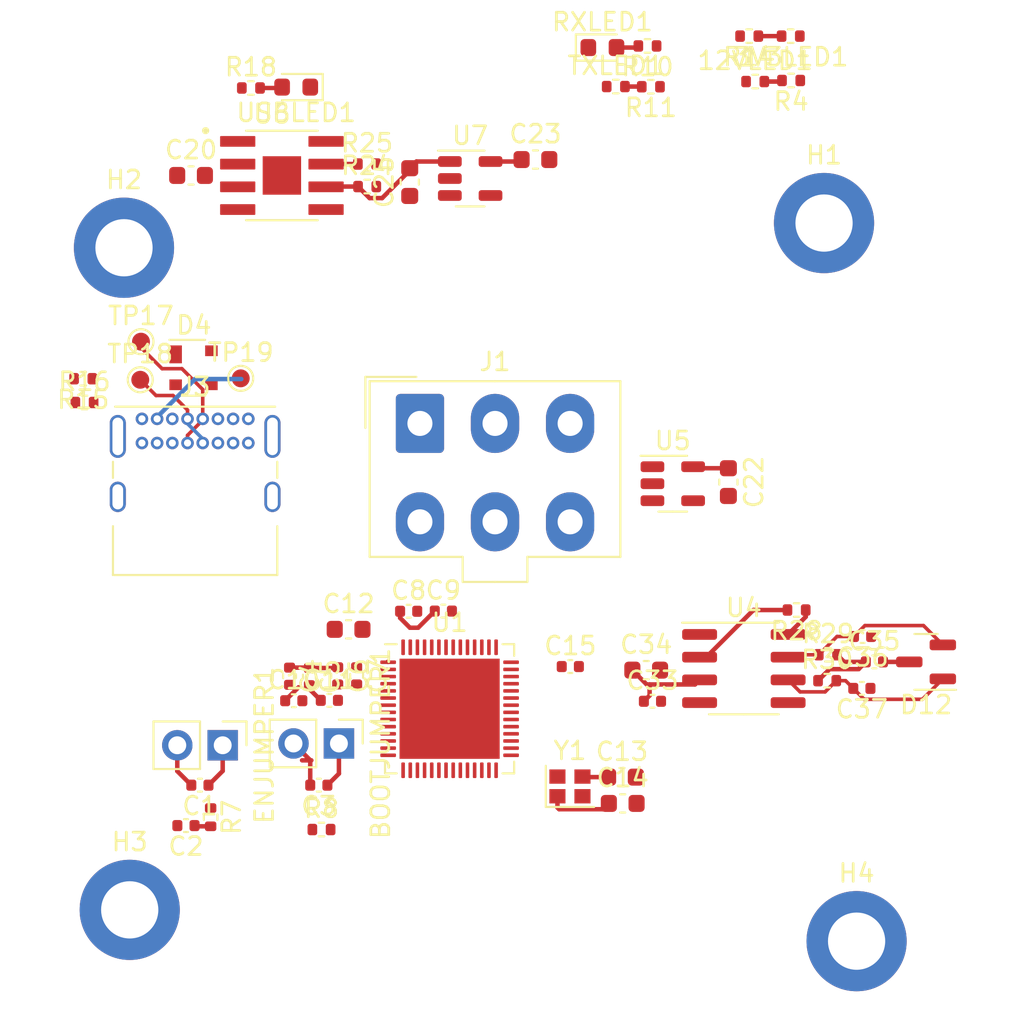
<source format=kicad_pcb>
(kicad_pcb (version 20211014) (generator pcbnew)
  (layers (0 "F.Cu" signal) (31 "B.Cu" signal) (34 "B.Paste" user) (35 "F.Paste" user) (36 "B.SilkS" user "B.Silkscreen") (37 "F.SilkS" user "F.Silkscreen") (38 "B.Mask" user) (39 "F.Mask" user) (44 "Edge.Cuts" user))
  (net 0 "")
  (net 1 "GND")
  (net 2 "Net-(3V3LED1-Pad2)")
  (net 3 "Net-(12VLED1-Pad2)")
  (net 4 "/BOOT")
  (net 5 "/CHIP_PU")
  (net 6 "+3V3")
  (net 7 "Net-(C7-Pad1)")
  (net 8 "Net-(C12-Pad1)")
  (net 9 "Net-(C12-Pad2)")
  (net 10 "Net-(C13-Pad1)")
  (net 11 "Net-(C14-Pad1)")
  (net 12 "Net-(C15-Pad2)")
  (net 13 "VBUS")
  (net 14 "Net-(C25-Pad2)")
  (net 15 "Net-(C35-Pad1)")
  (net 16 "/CAN+")
  (net 17 "/CAN-")
  (net 18 "/Data-")
  (net 19 "/Data+")
  (net 20 "Net-(J1-Pad3)")
  (net 21 "+12V")
  (net 22 "Net-(J3-PadA5)")
  (net 24 "Net-(J3-PadB5)")
  (net 26 "Net-(R10-Pad2)")
  (net 27 "Net-(R11-Pad2)")
  (net 28 "Net-(R18-Pad2)")
  (net 29 "Net-(R24-Pad2)")
  (net 30 "Net-(R28-Pad1)")
  (net 31 "/RXD")
  (net 32 "/TXD")
  (net 62 "/NAND_CS")
  (net 63 "/CLK")
  (net 64 "/MISO")
  (net 65 "/MOSI")
  (net 76 "Net-(L2-Pad1)")
  (net 77 "/CAN_TX")
  (net 78 "/CAN_RX")
  (net 79 "/CAN-BUS/Vref")
  (footprint "Capacitor_SMD:C_0402_1005Metric" (layer "F.Cu") (at 60.735 109.19 180)
    (fp_text reference "C2" (at 0 -1.16) (layer "F.SilkS"))
    (fp_text value "1uF")
    (pad "1" smd roundrect (at -0.48 0 180) (size 0.56 0.62) (layers "F.Cu" "F.Paste" "F.Mask") (net 5 "/CHIP_PU"))
    (pad "2" smd roundrect (at 0.48 0 180) (size 0.56 0.62) (layers "F.Cu" "F.Paste" "F.Mask") (net 1 "GND"))
  )
  (footprint "Capacitor_SMD:C_0402_1005Metric" (layer "F.Cu") (at 66.53 100.84 -90)
    (fp_text reference "C4" (at 0 -1.16 90) (layer "F.SilkS"))
    (fp_text value "10uF")
    (pad "1" smd roundrect (at -0.48 0 270) (size 0.56 0.62) (layers "F.Cu" "F.Paste" "F.Mask") (net 6 "+3V3"))
    (pad "2" smd roundrect (at 0.48 0 270) (size 0.56 0.62) (layers "F.Cu" "F.Paste" "F.Mask") (net 1 "GND"))
  )
  (footprint "Resistor_SMD:R_0402_1005Metric" (layer "F.Cu") (at 55.06 85.54)
    (fp_text reference "R16" (at 0 -1.17) (layer "F.SilkS"))
    (fp_text value "5.1k")
    (pad "1" smd roundrect (at -0.51 0) (size 0.54 0.64) (layers "F.Cu" "F.Paste" "F.Mask") (net 1 "GND"))
    (pad "2" smd roundrect (at 0.51 0) (size 0.54 0.64) (layers "F.Cu" "F.Paste" "F.Mask") (net 24 "Net-(J3-PadB5)"))
  )
  (footprint "LED_SMD:LED_0603_1608Metric" (layer "F.Cu") (at 84.025 65.7)
    (fp_text reference "RXLED1" (at 0 -1.43) (layer "F.SilkS"))
    (fp_text value "RX_LED")
    (pad "1" smd roundrect (at -0.7875 0) (size 0.875 0.95) (layers "F.Cu" "F.Paste" "F.Mask") (net 31 "/RXD"))
    (pad "2" smd roundrect (at 0.7875 0) (size 0.875 0.95) (layers "F.Cu" "F.Paste" "F.Mask") (net 26 "Net-(R10-Pad2)"))
  )
  (footprint "Resistor_SMD:R_0402_1005Metric" (layer "F.Cu") (at 94.555 65.06 180)
    (fp_text reference "3V3LED1" (at 0 -1.17) (layer "F.SilkS"))
    (fp_text value "3V3LED")
    (pad "1" smd roundrect (at -0.51 0 180) (size 0.54 0.64) (layers "F.Cu" "F.Paste" "F.Mask") (net 1 "GND"))
    (pad "2" smd roundrect (at 0.51 0 180) (size 0.54 0.64) (layers "F.Cu" "F.Paste" "F.Mask") (net 2 "Net-(3V3LED1-Pad2)"))
  )
  (footprint "MountingHole:MountingHole_3.2mm_M3_DIN965_Pad" (layer "F.Cu") (at 96.42 75.51)
    (fp_text reference "H1" (at 0 -3.8) (layer "F.SilkS"))
    (fp_text value "MountingHole_Pad")
    (pad "1" thru_hole circle (at 0 0) (size 5.6 5.6) (drill 3.2) (layers *.Cu *.Mask) (net 1 "GND"))
  )
  (footprint "Capacitor_SMD:C_0402_1005Metric" (layer "F.Cu") (at 66.765 102.21)
    (fp_text reference "C10" (at 0 -1.16) (layer "F.SilkS"))
    (fp_text value "0.1uF")
    (pad "1" smd roundrect (at -0.48 0) (size 0.56 0.62) (layers "F.Cu" "F.Paste" "F.Mask") (net 6 "+3V3"))
    (pad "2" smd roundrect (at 0.48 0) (size 0.56 0.62) (layers "F.Cu" "F.Paste" "F.Mask") (net 1 "GND"))
  )
  (footprint "Capacitor_SMD:C_0603_1608Metric" (layer "F.Cu") (at 85.16 107.95)
    (fp_text reference "C14" (at 0 -1.43) (layer "F.SilkS"))
    (fp_text value "C")
    (pad "1" smd roundrect (at -0.775 0) (size 0.9 0.95) (layers "F.Cu" "F.Paste" "F.Mask") (net 11 "Net-(C14-Pad1)"))
    (pad "2" smd roundrect (at 0.775 0) (size 0.9 0.95) (layers "F.Cu" "F.Paste" "F.Mask") (net 1 "GND"))
  )
  (footprint "Capacitor_SMD:C_0402_1005Metric" (layer "F.Cu") (at 75.13 97.2)
    (fp_text reference "C9" (at 0 -1.16) (layer "F.SilkS"))
    (fp_text value "10nF")
    (pad "1" smd roundrect (at -0.48 0) (size 0.56 0.62) (layers "F.Cu" "F.Paste" "F.Mask") (net 6 "+3V3"))
    (pad "2" smd roundrect (at 0.48 0) (size 0.56 0.62) (layers "F.Cu" "F.Paste" "F.Mask") (net 1 "GND"))
  )
  (footprint "Resistor_SMD:R_0402_1005Metric" (layer "F.Cu") (at 70.86 72.21)
    (fp_text reference "R25" (at 0 -1.17) (layer "F.SilkS"))
    (fp_text value "10k")
    (pad "1" smd roundrect (at -0.51 0) (size 0.54 0.64) (layers "F.Cu" "F.Paste" "F.Mask") (net 29 "Net-(R24-Pad2)"))
    (pad "2" smd roundrect (at 0.51 0) (size 0.54 0.64) (layers "F.Cu" "F.Paste" "F.Mask") (net 1 "GND"))
  )
  (footprint "Connector_PinHeader_2.54mm:PinHeader_1x02_P2.54mm_Vertical" (layer "F.Cu") (at 62.79 104.7 -90)
    (fp_text reference "ENJUMPER1" (at 0 -2.33 90) (layer "F.SilkS"))
    (fp_text value "Conn_01x02_Male")
    (pad "1" thru_hole rect (at 0 0 270) (size 1.7 1.7) (drill 1) (layers *.Cu *.Mask) (net 5 "/CHIP_PU"))
    (pad "2" thru_hole oval (at 0 2.54 270) (size 1.7 1.7) (drill 1) (layers *.Cu *.Mask) (net 1 "GND"))
  )
  (footprint "Resistor_SMD:R_0402_1005Metric" (layer "F.Cu") (at 94.58 67.54 180)
    (fp_text reference "R4" (at 0 -1.17) (layer "F.SilkS"))
    (fp_text value "3k")
    (pad "1" smd roundrect (at -0.51 0 180) (size 0.54 0.64) (layers "F.Cu" "F.Paste" "F.Mask") (net 21 "+12V"))
    (pad "2" smd roundrect (at 0.51 0 180) (size 0.54 0.64) (layers "F.Cu" "F.Paste" "F.Mask") (net 3 "Net-(12VLED1-Pad2)"))
  )
  (footprint "Capacitor_SMD:C_0603_1608Metric" (layer "F.Cu") (at 69.83 98.22)
    (fp_text reference "C12" (at 0 -1.43) (layer "F.SilkS"))
    (fp_text value "C")
    (pad "1" smd roundrect (at -0.775 0) (size 0.9 0.95) (layers "F.Cu" "F.Paste" "F.Mask") (net 8 "Net-(C12-Pad1)"))
    (pad "2" smd roundrect (at 0.775 0) (size 0.9 0.95) (layers "F.Cu" "F.Paste" "F.Mask") (net 9 "Net-(C12-Pad2)"))
  )
  (footprint "Resistor_SMD:R_0402_1005Metric" (layer "F.Cu") (at 86.545 65.61 180)
    (fp_text reference "R10" (at 0 -1.17) (layer "F.SilkS"))
    (fp_text value "470")
    (pad "1" smd roundrect (at -0.51 0 180) (size 0.54 0.64) (layers "F.Cu" "F.Paste" "F.Mask") (net 6 "+3V3"))
    (pad "2" smd roundrect (at 0.51 0 180) (size 0.54 0.64) (layers "F.Cu" "F.Paste" "F.Mask") (net 26 "Net-(R10-Pad2)"))
  )
  (footprint "Capacitor_SMD:C_0402_1005Metric" (layer "F.Cu") (at 68.165 106.93 180)
    (fp_text reference "C3" (at 0 -1.16) (layer "F.SilkS"))
    (fp_text value "0.1uF")
    (pad "1" smd roundrect (at -0.48 0 180) (size 0.56 0.62) (layers "F.Cu" "F.Paste" "F.Mask") (net 4 "/BOOT"))
    (pad "2" smd roundrect (at 0.48 0 180) (size 0.56 0.62) (layers "F.Cu" "F.Paste" "F.Mask") (net 1 "GND"))
  )
  (footprint "Capacitor_SMD:C_0603_1608Metric" (layer "F.Cu") (at 86.475 100.5)
    (fp_text reference "C34" (at 0 -1.43) (layer "F.SilkS"))
    (fp_text value "10uF")
    (pad "1" smd roundrect (at -0.775 0) (size 0.9 0.95) (layers "F.Cu" "F.Paste" "F.Mask") (net 6 "+3V3"))
    (pad "2" smd roundrect (at 0.775 0) (size 0.9 0.95) (layers "F.Cu" "F.Paste" "F.Mask") (net 1 "GND"))
  )
  (footprint "Connector_PinHeader_2.54mm:PinHeader_1x02_P2.54mm_Vertical" (layer "F.Cu") (at 69.29 104.6 -90)
    (fp_text reference "BOOTJUMPER1" (at 0 -2.33 90) (layer "F.SilkS"))
    (fp_text value "Conn_01x02_Male")
    (pad "1" thru_hole rect (at 0 0 270) (size 1.7 1.7) (drill 1) (layers *.Cu *.Mask) (net 4 "/BOOT"))
    (pad "2" thru_hole oval (at 0 2.54 270) (size 1.7 1.7) (drill 1) (layers *.Cu *.Mask) (net 1 "GND"))
  )
  (footprint "TestPoint:TestPoint_Pad_D1.0mm" (layer "F.Cu") (at 58.18 84.27)
    (fp_text reference "TP18" (at 0 -1.448) (layer "F.SilkS"))
    (fp_text value "TestPoint")
    (pad "1" smd circle (at 0 0) (size 1 1) (layers "F.Cu" "F.Mask") (net 19 "/Data+"))
  )
  (footprint "Resistor_SMD:R_0402_1005Metric" (layer "F.Cu") (at 94.885 97.14 180)
    (fp_text reference "R28" (at 0 -1.17) (layer "F.SilkS"))
    (fp_text value "10k")
    (pad "1" smd roundrect (at -0.51 0 180) (size 0.54 0.64) (layers "F.Cu" "F.Paste" "F.Mask") (net 30 "Net-(R28-Pad1)"))
    (pad "2" smd roundrect (at 0.51 0 180) (size 0.54 0.64) (layers "F.Cu" "F.Paste" "F.Mask") (net 1 "GND"))
  )
  (footprint "Resistor_SMD:R_0402_1005Metric" (layer "F.Cu") (at 96.595 101.09)
    (fp_text reference "R30" (at 0 -1.17) (layer "F.SilkS"))
    (fp_text value "60")
    (pad "1" smd roundrect (at -0.51 0) (size 0.54 0.64) (layers "F.Cu" "F.Paste" "F.Mask") (net 15 "Net-(C35-Pad1)"))
    (pad "2" smd roundrect (at 0.51 0) (size 0.54 0.64) (layers "F.Cu" "F.Paste" "F.Mask") (net 17 "/CAN-"))
  )
  (footprint "Crystal:Crystal_SMD_2016-4Pin_2.0x1.6mm" (layer "F.Cu") (at 82.21 107)
    (fp_text reference "Y1" (at 0 -2) (layer "F.SilkS"))
    (fp_text value "40MHz±10ppm")
    (pad "1" smd rect (at -0.7 0.55) (size 0.9 0.8) (layers "F.Cu" "F.Paste" "F.Mask") (net 11 "Net-(C14-Pad1)"))
    (pad "2" smd rect (at 0.7 0.55) (size 0.9 0.8) (layers "F.Cu" "F.Paste" "F.Mask") (net 1 "GND"))
    (pad "3" smd rect (at 0.7 -0.55) (size 0.9 0.8) (layers "F.Cu" "F.Paste" "F.Mask") (net 10 "Net-(C13-Pad1)"))
    (pad "4" smd rect (at -0.7 -0.55) (size 0.9 0.8) (layers "F.Cu" "F.Paste" "F.Mask") (net 1 "GND"))
  )
  (footprint "Package_TO_SOT_SMD:SOT-23-5" (layer "F.Cu") (at 87.96 90.08)
    (fp_text reference "U5" (at 0 -2.4) (layer "F.SilkS"))
    (fp_text value "LTC4411")
    (pad "1" smd roundrect (at -1.1375 -0.95) (size 1.325 0.6) (layers "F.Cu" "F.Paste" "F.Mask") (net 20 "Net-(J1-Pad3)"))
    (pad "2" smd roundrect (at -1.1375 0) (size 1.325 0.6) (layers "F.Cu" "F.Paste" "F.Mask") (net 1 "GND"))
    (pad "3" smd roundrect (at -1.1375 0.95) (size 1.325 0.6) (layers "F.Cu" "F.Paste" "F.Mask") (net 1 "GND"))
    (pad "4" smd roundrect (at 1.1375 0.95) (size 1.325 0.6) (layers "F.Cu" "F.Paste" "F.Mask"))
    (pad "5" smd roundrect (at 1.1375 -0.95) (size 1.325 0.6) (layers "F.Cu" "F.Paste" "F.Mask") (net 6 "+3V3"))
  )
  (footprint "MountingHole:MountingHole_3.2mm_M3_DIN965_Pad" (layer "F.Cu") (at 98.24 115.65)
    (fp_text reference "H4" (at 0 -3.8) (layer "F.SilkS"))
    (fp_text value "MountingHole_Pad")
    (pad "1" thru_hole circle (at 0 0) (size 5.6 5.6) (drill 3.2) (layers *.Cu *.Mask) (net 1 "GND"))
  )
  (footprint "Capacitor_SMD:C_0402_1005Metric" (layer "F.Cu") (at 73.19 97.21)
    (fp_text reference "C8" (at 0 -1.16) (layer "F.SilkS"))
    (fp_text value "1uF")
    (pad "1" smd roundrect (at -0.48 0) (size 0.56 0.62) (layers "F.Cu" "F.Paste" "F.Mask") (net 6 "+3V3"))
    (pad "2" smd roundrect (at 0.48 0) (size 0.56 0.62) (layers "F.Cu" "F.Paste" "F.Mask") (net 1 "GND"))
  )
  (footprint "Package_SO:SOIC-8_3.9x4.9mm_P1.27mm" (layer "F.Cu") (at 91.935 100.41)
    (fp_text reference "U4" (at 0 -3.4) (layer "F.SilkS"))
    (fp_text value "SN65HVD230")
    (pad "1" smd roundrect (at -2.475 -1.905) (size 1.95 0.6) (layers "F.Cu" "F.Paste" "F.Mask") (net 77 "/CAN_TX"))
    (pad "2" smd roundrect (at -2.475 -0.635) (size 1.95 0.6) (layers "F.Cu" "F.Paste" "F.Mask") (net 1 "GND"))
    (pad "3" smd roundrect (at -2.475 0.635) (size 1.95 0.6) (layers "F.Cu" "F.Paste" "F.Mask") (net 6 "+3V3"))
    (pad "4" smd roundrect (at -2.475 1.905) (size 1.95 0.6) (layers "F.Cu" "F.Paste" "F.Mask") (net 78 "/CAN_RX"))
    (pad "5" smd roundrect (at 2.475 1.905) (size 1.95 0.6) (layers "F.Cu" "F.Paste" "F.Mask") (net 79 "/CAN-BUS/Vref"))
    (pad "6" smd roundrect (at 2.475 0.635) (size 1.95 0.6) (layers "F.Cu" "F.Paste" "F.Mask") (net 17 "/CAN-"))
    (pad "7" smd roundrect (at 2.475 -0.635) (size 1.95 0.6) (layers "F.Cu" "F.Paste" "F.Mask") (net 16 "/CAN+"))
    (pad "8" smd roundrect (at 2.475 -1.905) (size 1.95 0.6) (layers "F.Cu" "F.Paste" "F.Mask") (net 30 "Net-(R28-Pad1)"))
  )
  (footprint "Package_DFN_QFN:QFN-56-1EP_7x7mm_P0.4mm_EP5.6x5.6mm" (layer "F.Cu") (at 75.48 102.66)
    (fp_text reference "U1" (at 0 -4.82) (layer "F.SilkS"))
    (fp_text value "ESP32-S3")
    (pad "1" smd roundrect (at -3.4375 -2.6) (size 0.875 0.2) (layers "F.Cu" "F.Paste" "F.Mask") (net 9 "Net-(C12-Pad2)"))
    (pad "2" smd roundrect (at -3.4375 -2.2) (size 0.875 0.2) (layers "F.Cu" "F.Paste" "F.Mask") (net 7 "Net-(C7-Pad1)"))
    (pad "3" smd roundrect (at -3.4375 -1.8) (size 0.875 0.2) (layers "F.Cu" "F.Paste" "F.Mask") (net 7 "Net-(C7-Pad1)"))
    (pad "4" smd roundrect (at -3.4375 -1.4) (size 0.875 0.2) (layers "F.Cu" "F.Paste" "F.Mask") (net 5 "/CHIP_PU"))
    (pad "5" smd roundrect (at -3.4375 -1) (size 0.875 0.2) (layers "F.Cu" "F.Paste" "F.Mask") (net 4 "/BOOT"))
    (pad "6" smd roundrect (at -3.4375 -0.6) (size 0.875 0.2) (layers "F.Cu" "F.Paste" "F.Mask"))
    (pad "7" smd roundrect (at -3.4375 -0.2) (size 0.875 0.2) (layers "F.Cu" "F.Paste" "F.Mask"))
    (pad "8" smd roundrect (at -3.4375 0.2) (size 0.875 0.2) (layers "F.Cu" "F.Paste" "F.Mask"))
    (pad "9" smd roundrect (at -3.4375 0.6) (size 0.875 0.2) (layers "F.Cu" "F.Paste" "F.Mask"))
    (pad "10" smd roundrect (at -3.4375 1) (size 0.875 0.2) (layers "F.Cu" "F.Paste" "F.Mask"))
    (pad "11" smd roundrect (at -3.4375 1.4) (size 0.875 0.2) (layers "F.Cu" "F.Paste" "F.Mask"))
    (pad "12" smd roundrect (at -3.4375 1.8) (size 0.875 0.2) (layers "F.Cu" "F.Paste" "F.Mask"))
    (pad "13" smd roundrect (at -3.4375 2.2) (size 0.875 0.2) (layers "F.Cu" "F.Paste" "F.Mask"))
    (pad "14" smd roundrect (at -3.4375 2.6) (size 0.875 0.2) (layers "F.Cu" "F.Paste" "F.Mask"))
    (pad "15" smd roundrect (at -2.6 3.4375) (size 0.2 0.875) (layers "F.Cu" "F.Paste" "F.Mask"))
    (pad "16" smd roundrect (at -2.2 3.4375) (size 0.2 0.875) (layers "F.Cu" "F.Paste" "F.Mask"))
    (pad "17" smd roundrect (at -1.8 3.4375) (size 0.2 0.875) (layers "F.Cu" "F.Paste" "F.Mask"))
    (pad "18" smd roundrect (at -1.4 3.4375) (size 0.2 0.875) (layers "F.Cu" "F.Paste" "F.Mask"))
    (pad "19" smd roundrect (at -1 3.4375) (size 0.2 0.875) (layers "F.Cu" "F.Paste" "F.Mask"))
    (pad "20" smd roundrect (at -0.6 3.4375) (size 0.2 0.875) (layers "F.Cu" "F.Paste" "F.Mask") (net 6 "+3V3"))
    (pad "21" smd roundrect (at -0.2 3.4375) (size 0.2 0.875) (layers "F.Cu" "F.Paste" "F.Mask"))
    (pad "22" smd roundrect (at 0.2 3.4375) (size 0.2 0.875) (layers "F.Cu" "F.Paste" "F.Mask"))
    (pad "23" smd roundrect (at 0.6 3.4375) (size 0.2 0.875) (layers "F.Cu" "F.Paste" "F.Mask"))
    (pad "24" smd roundrect (at 1 3.4375) (size 0.2 0.875) (layers "F.Cu" "F.Paste" "F.Mask"))
    (pad "25" smd roundrect (at 1.4 3.4375) (size 0.2 0.875) (layers "F.Cu" "F.Paste" "F.Mask") (net 18 "/Data-"))
    (pad "26" smd roundrect (at 1.8 3.4375) (size 0.2 0.875) (layers "F.Cu" "F.Paste" "F.Mask") (net 19 "/Data+"))
    (pad "27" smd roundrect (at 2.2 3.4375) (size 0.2 0.875) (layers "F.Cu" "F.Paste" "F.Mask"))
    (pad "28" smd roundrect (at 2.6 3.4375) (size 0.2 0.875) (layers "F.Cu" "F.Paste" "F.Mask"))
    (pad "29" smd roundrect (at 3.4375 2.6) (size 0.875 0.2) (layers "F.Cu" "F.Paste" "F.Mask"))
    (pad "30" smd roundrect (at 3.4375 2.2) (size 0.875 0.2) (layers "F.Cu" "F.Paste" "F.Mask"))
    (pad "31" smd roundrect (at 3.4375 1.8) (size 0.875 0.2) (layers "F.Cu" "F.Paste" "F.Mask"))
    (pad "32" smd roundrect (at 3.4375 1.4) (size 0.875 0.2) (layers "F.Cu" "F.Paste" "F.Mask"))
    (pad "33" smd roundrect (at 3.4375 1) (size 0.875 0.2) (layers "F.Cu" "F.Paste" "F.Mask"))
    (pad "34" smd roundrect (at 3.4375 0.6) (size 0.875 0.2) (layers "F.Cu" "F.Paste" "F.Mask"))
    (pad "35" smd roundrect (at 3.4375 0.2) (size 0.875 0.2) (layers "F.Cu" "F.Paste" "F.Mask"))
    (pad "36" smd roundrect (at 3.4375 -0.2) (size 0.875 0.2) (layers "F.Cu" "F.Paste" "F.Mask"))
    (pad "37" smd roundrect (at 3.4375 -0.6) (size 0.875 0.2) (layers "F.Cu" "F.Paste" "F.Mask"))
    (pad "38" smd roundrect (at 3.4375 -1) (size 0.875 0.2) (layers "F.Cu" "F.Paste" "F.Mask") (net 62 "/NAND_CS"))
    (pad "39" smd roundrect (at 3.4375 -1.4) (size 0.875 0.2) (layers "F.Cu" "F.Paste" "F.Mask") (net 63 "/CLK"))
    (pad "40" smd roundrect (at 3.4375 -1.8) (size 0.875 0.2) (layers "F.Cu" "F.Paste" "F.Mask") (net 64 "/MISO"))
    (pad "41" smd roundrect (at 3.4375 -2.2) (size 0.875 0.2) (layers "F.Cu" "F.Paste" "F.Mask") (net 65 "/MOSI"))
    (pad "42" smd roundrect (at 3.4375 -2.6) (size 0.875 0.2) (layers "F.Cu" "F.Paste" "F.Mask"))
    (pad "43" smd roundrect (at 2.6 -3.4375) (size 0.2 0.875) (layers "F.Cu" "F.Paste" "F.Mask"))
    (pad "44" smd roundrect (at 2.2 -3.4375) (size 0.2 0.875) (layers "F.Cu" "F.Paste" "F.Mask"))
    (pad "45" smd roundrect (at 1.8 -3.4375) (size 0.2 0.875) (layers "F.Cu" "F.Paste" "F.Mask"))
    (pad "46" smd roundrect (at 1.4 -3.4375) (size 0.2 0.875) (layers "F.Cu" "F.Paste" "F.Mask") (net 6 "+3V3"))
    (pad "47" smd roundrect (at 1 -3.4375) (size 0.2 0.875) (layers "F.Cu" "F.Paste" "F.Mask"))
    (pad "48" smd roundrect (at 0.6 -3.4375) (size 0.2 0.875) (layers "F.Cu" "F.Paste" "F.Mask"))
    (pad "49" smd roundrect (at 0.2 -3.4375) (size 0.2 0.875) (layers "F.Cu" "F.Paste" "F.Mask"))
    (pad "50" smd roundrect (at -0.2 -3.4375) (size 0.2 0.875) (layers "F.Cu" "F.Paste" "F.Mask"))
    (pad "51" smd roundrect (at -0.6 -3.4375) (size 0.2 0.875) (layers "F.Cu" "F.Paste" "F.Mask"))
    (pad "52" smd roundrect (at -1 -3.4375) (size 0.2 0.875) (layers "F.Cu" "F.Paste" "F.Mask"))
    (pad "53" smd roundrect (at -1.4 -3.4375) (size 0.2 0.875) (layers "F.Cu" "F.Paste" "F.Mask") (net 10 "Net-(C13-Pad1)"))
    (pad "54" smd roundrect (at -1.8 -3.4375) (size 0.2 0.875) (layers "F.Cu" "F.Paste" "F.Mask") (net 76 "Net-(L2-Pad1)"))
    (pad "55" smd roundrect (at -2.2 -3.4375) (size 0.2 0.875) (layers "F.Cu" "F.Paste" "F.Mask") (net 6 "+3V3"))
    (pad "56" smd roundrect (at -2.6 -3.4375) (size 0.2 0.875) (layers "F.Cu" "F.Paste" "F.Mask") (net 6 "+3V3"))
    (pad "57" smd rect (at 0 0) (size 5.6 5.6) (layers "F.Cu" "F.Mask") (net 1 "GND"))
  )
  (footprint "Capacitor_SMD:C_0402_1005Metric" (layer "F.Cu") (at 98.535 101.52 180)
    (fp_text reference "C37" (at 0 -1.16) (layer "F.SilkS"))
    (fp_text value "220 pF")
    (pad "1" smd roundrect (at -0.48 0 180) (size 0.56 0.62) (layers "F.Cu" "F.Paste" "F.Mask") (net 1 "GND"))
    (pad "2" smd roundrect (at 0.48 0 180) (size 0.56 0.62) (layers "F.Cu" "F.Paste" "F.Mask") (net 17 "/CAN-"))
  )
  (footprint "Capacitor_SMD:C_0402_1005Metric" (layer "F.Cu") (at 61.515 106.93 180)
    (fp_text reference "C1" (at 0 -1.16) (layer "F.SilkS"))
    (fp_text value "0.1uF")
    (pad "1" smd roundrect (at -0.48 0 180) (size 0.56 0.62) (layers "F.Cu" "F.Paste" "F.Mask") (net 5 "/CHIP_PU"))
    (pad "2" smd roundrect (at 0.48 0 180) (size 0.56 0.62) (layers "F.Cu" "F.Paste" "F.Mask") (net 1 "GND"))
  )
  (footprint "iclr:SOIC127P599X175-9N" (layer "F.Cu") (at 66.1 72.85)
    (fp_text reference "U6" (at -0.555885 -3.440825) (layer "F.SilkS") (effects (font (size 1.03889 1.03889))))
    (fp_text value "SC4216H")
    (pad "1" smd roundrect locked (at -2.47 -1.905) (size 1.97 0.6) (layers "F.Cu" "F.Paste" "F.Mask") (roundrect_rratio 0.07))
    (pad "2" smd roundrect locked (at -2.47 -0.635) (size 1.97 0.6) (layers "F.Cu" "F.Paste" "F.Mask") (roundrect_rratio 0.07) (net 13 "VBUS"))
    (pad "3" smd roundrect locked (at -2.47 0.635) (size 1.97 0.6) (layers "F.Cu" "F.Paste" "F.Mask") (roundrect_rratio 0.07) (net 13 "VBUS"))
    (pad "4" smd roundrect locked (at -2.47 1.905) (size 1.97 0.6) (layers "F.Cu" "F.Paste" "F.Mask") (roundrect_rratio 0.07))
    (pad "5" smd roundrect locked (at 2.47 1.905) (size 1.97 0.6) (layers "F.Cu" "F.Paste" "F.Mask") (roundrect_rratio 0.07))
    (pad "6" smd roundrect locked (at 2.47 0.635) (size 1.97 0.6) (layers "F.Cu" "F.Paste" "F.Mask") (roundrect_rratio 0.07) (net 14 "Net-(C25-Pad2)"))
    (pad "7" smd roundrect locked (at 2.47 -0.635) (size 1.97 0.6) (layers "F.Cu" "F.Paste" "F.Mask") (roundrect_rratio 0.07) (net 29 "Net-(R24-Pad2)"))
    (pad "8" smd roundrect locked (at 2.47 -1.905) (size 1.97 0.6) (layers "F.Cu" "F.Paste" "F.Mask") (roundrect_rratio 0.07) (net 1 "GND"))
    (pad "9" smd rect locked (at 0 0 90) (size 2.15 2.15) (layers "F.Cu" "F.Mask") (net 1 "GND"))
  )
  (footprint "Capacitor_SMD:C_0402_1005Metric" (layer "F.Cu") (at 67.64 100.86 -90)
    (fp_text reference "C5" (at 0 -1.16 90) (layer "F.SilkS"))
    (fp_text value "1uF")
    (pad "1" smd roundrect (at -0.48 0 270) (size 0.56 0.62) (layers "F.Cu" "F.Paste" "F.Mask") (net 6 "+3V3"))
    (pad "2" smd roundrect (at 0.48 0 270) (size 0.56 0.62) (layers "F.Cu" "F.Paste" "F.Mask") (net 1 "GND"))
  )
  (footprint "Resistor_SMD:R_0402_1005Metric" (layer "F.Cu") (at 96.635 99.64)
    (fp_text reference "R29" (at 0 -1.17) (layer "F.SilkS"))
    (fp_text value "60")
    (pad "1" smd roundrect (at -0.51 0) (size 0.54 0.64) (layers "F.Cu" "F.Paste" "F.Mask") (net 16 "/CAN+"))
    (pad "2" smd roundrect (at 0.51 0) (size 0.54 0.64) (layers "F.Cu" "F.Paste" "F.Mask") (net 15 "Net-(C35-Pad1)"))
  )
  (footprint "Package_TO_SOT_SMD:SOT-143" (layer "F.Cu") (at 61.158008 83.6)
    (fp_text reference "D4" (at 0.02 -2.38) (layer "F.SilkS"))
    (fp_text value "SP0503BAHT")
    (pad "1" smd rect (at -1 -0.75) (size 0.7 1) (layers "F.Cu" "F.Paste" "F.Mask") (net 1 "GND"))
    (pad "2" smd rect (at -1 0.95) (size 0.7 0.6) (layers "F.Cu" "F.Paste" "F.Mask") (net 13 "VBUS"))
    (pad "3" smd rect (at 1 0.95) (size 0.7 0.6) (layers "F.Cu" "F.Paste" "F.Mask") (net 18 "/Data-"))
    (pad "4" smd rect (at 1 -0.95) (size 0.7 0.6) (layers "F.Cu" "F.Paste" "F.Mask") (net 19 "/Data+"))
  )
  (footprint "Resistor_SMD:R_0402_1005Metric" (layer "F.Cu") (at 64.37 67.96)
    (fp_text reference "R18" (at 0 -1.17) (layer "F.SilkS"))
    (fp_text value "470")
    (pad "1" smd roundrect (at -0.51 0) (size 0.54 0.64) (layers "F.Cu" "F.Paste" "F.Mask") (net 13 "VBUS"))
    (pad "2" smd roundrect (at 0.51 0) (size 0.54 0.64) (layers "F.Cu" "F.Paste" "F.Mask") (net 28 "Net-(R18-Pad2)"))
  )
  (footprint "Capacitor_SMD:C_0402_1005Metric" (layer "F.Cu") (at 98.575 98.62 180)
    (fp_text reference "C36" (at 0 -1.16) (layer "F.SilkS"))
    (fp_text value "220pF")
    (pad "1" smd roundrect (at -0.48 0 180) (size 0.56 0.62) (layers "F.Cu" "F.Paste" "F.Mask") (net 1 "GND"))
    (pad "2" smd roundrect (at 0.48 0 180) (size 0.56 0.62) (layers "F.Cu" "F.Paste" "F.Mask") (net 16 "/CAN+"))
  )
  (footprint "Connector_Molex:Molex_Mini-Fit_Jr_5566-06A_2x03_P4.20mm_Vertical" (layer "F.Cu") (at 73.82 86.71)
    (fp_text reference "J1" (at 4.2 -3.45) (layer "F.SilkS"))
    (fp_text value "RBUS")
    (pad "1" thru_hole roundrect (at 0 0) (size 2.7 3.3) (drill 1.4) (layers *.Cu *.Mask) (roundrect_rratio 0.092593) (net 1 "GND"))
    (pad "2" thru_hole oval (at 4.2 0) (size 2.7 3.3) (drill 1.4) (layers *.Cu *.Mask) (net 1 "GND"))
    (pad "3" thru_hole oval (at 8.4 0) (size 2.7 3.3) (drill 1.4) (layers *.Cu *.Mask) (net 20 "Net-(J1-Pad3)"))
    (pad "4" thru_hole oval (at 0 5.5) (size 2.7 3.3) (drill 1.4) (layers *.Cu *.Mask) (net 21 "+12V"))
    (pad "5" thru_hole oval (at 4.2 5.5) (size 2.7 3.3) (drill 1.4) (layers *.Cu *.Mask) (net 16 "/CAN+"))
    (pad "6" thru_hole oval (at 8.4 5.5) (size 2.7 3.3) (drill 1.4) (layers *.Cu *.Mask) (net 17 "/CAN-"))
  )
  (footprint "LED_SMD:LED_0603_1608Metric" (layer "F.Cu") (at 66.9 67.91 180)
    (fp_text reference "USBLED1" (at 0 -1.43) (layer "F.SilkS"))
    (fp_text value "USB_LED")
    (pad "1" smd roundrect (at -0.7875 0 180) (size 0.875 0.95) (layers "F.Cu" "F.Paste" "F.Mask") (net 1 "GND"))
    (pad "2" smd roundrect (at 0.7875 0 180) (size 0.875 0.95) (layers "F.Cu" "F.Paste" "F.Mask") (net 28 "Net-(R18-Pad2)"))
  )
  (footprint "TestPoint:TestPoint_Pad_D1.0mm" (layer "F.Cu") (at 58.22 82.14)
    (fp_text reference "TP17" (at 0 -1.448) (layer "F.SilkS"))
    (fp_text value "TestPoint")
    (pad "1" smd circle (at 0 0) (size 1 1) (layers "F.Cu" "F.Mask") (net 18 "/Data-"))
  )
  (footprint "Package_TO_SOT_SMD:SOT-23" (layer "F.Cu") (at 102.125 100.04 180)
    (fp_text reference "D12" (at 0 -2.4) (layer "F.SilkS"))
    (fp_text value "SM712_SOT23")
    (pad "1" smd roundrect (at -0.9375 -0.95 180) (size 1.475 0.6) (layers "F.Cu" "F.Paste" "F.Mask") (net 17 "/CAN-"))
    (pad "2" smd roundrect (at -0.9375 0.95 180) (size 1.475 0.6) (layers "F.Cu" "F.Paste" "F.Mask") (net 16 "/CAN+"))
    (pad "3" smd roundrect (at 0.9375 0 180) (size 1.475 0.6) (layers "F.Cu" "F.Paste" "F.Mask") (net 1 "GND"))
  )
  (footprint "Capacitor_SMD:C_0402_1005Metric" (layer "F.Cu") (at 99.235 100.04)
    (fp_text reference "C35" (at 0 -1.16) (layer "F.SilkS"))
    (fp_text value "0.1uF")
    (pad "1" smd roundrect (at -0.48 0) (size 0.56 0.62) (layers "F.Cu" "F.Paste" "F.Mask") (net 15 "Net-(C35-Pad1)"))
    (pad "2" smd roundrect (at 0.48 0) (size 0.56 0.62) (layers "F.Cu" "F.Paste" "F.Mask") (net 1 "GND"))
  )
  (footprint "Capacitor_SMD:C_0603_1608Metric" (layer "F.Cu") (at 73.25 73.22 90)
    (fp_text reference "C25" (at 0 -1.43 90) (layer "F.SilkS"))
    (fp_text value "10uF")
    (pad "1" smd roundrect (at -0.775 0 90) (size 0.9 0.95) (layers "F.Cu" "F.Paste" "F.Mask") (net 1 "GND"))
    (pad "2" smd roundrect (at 0.775 0 90) (size 0.9 0.95) (layers "F.Cu" "F.Paste" "F.Mask") (net 14 "Net-(C25-Pad2)"))
  )
  (footprint "Connector_USB:USB_C_Receptacle_GCT_USB4085" (layer "F.Cu") (at 58.273008 86.455)
    (fp_text reference "J3" (at 2.975 -1.8) (layer "F.SilkS"))
    (fp_text value "USB_C_Receptacle_USB2.0")
    (pad "A1" thru_hole circle (at 0 0) (size 0.7 0.7) (drill 0.4) (layers *.Cu *.Mask) (net 1 "GND"))
    (pad "A4" thru_hole circle (at 0.85 0) (size 0.7 0.7) (drill 0.4) (layers *.Cu *.Mask) (net 13 "VBUS"))
    (pad "A5" thru_hole circle (at 1.7 0) (size 0.7 0.7) (drill 0.4) (layers *.Cu *.Mask) (net 22 "Net-(J3-PadA5)"))
    (pad "A6" thru_hole circle (at 2.55 0) (size 0.7 0.7) (drill 0.4) (layers *.Cu *.Mask) (net 19 "/Data+"))
    (pad "A7" thru_hole circle (at 3.4 0) (size 0.7 0.7) (drill 0.4) (layers *.Cu *.Mask) (net 18 "/Data-"))
    (pad "A8" thru_hole circle (at 4.25 0) (size 0.7 0.7) (drill 0.4) (layers *.Cu *.Mask))
    (pad "A9" thru_hole circle (at 5.1 0) (size 0.7 0.7) (drill 0.4) (layers *.Cu *.Mask) (net 13 "VBUS"))
    (pad "A12" thru_hole circle (at 5.95 0) (size 0.7 0.7) (drill 0.4) (layers *.Cu *.Mask) (net 1 "GND"))
    (pad "B1" thru_hole circle (at 5.95 1.35) (size 0.7 0.7) (drill 0.4) (layers *.Cu *.Mask) (net 1 "GND"))
    (pad "B4" thru_hole circle (at 5.1 1.35) (size 0.7 0.7) (drill 0.4) (layers *.Cu *.Mask) (net 13 "VBUS"))
    (pad "B5" thru_hole circle (at 4.25 1.35) (size 0.7 0.7) (drill 0.4) (layers *.Cu *.Mask) (net 24 "Net-(J3-PadB5)"))
    (pad "B6" thru_hole circle (at 3.4 1.35) (size 0.7 0.7) (drill 0.4) (layers *.Cu *.Mask) (net 19 "/Data+"))
    (pad "B7" thru_hole circle (at 2.55 1.35) (size 0.7 0.7) (drill 0.4) (layers *.Cu *.Mask) (net 18 "/Data-"))
    (pad "B8" thru_hole circle (at 1.7 1.35) (size 0.7 0.7) (drill 0.4) (layers *.Cu *.Mask))
    (pad "B9" thru_hole circle (at 0.85 1.35) (size 0.7 0.7) (drill 0.4) (layers *.Cu *.Mask) (net 13 "VBUS"))
    (pad "B12" thru_hole circle (at 0 1.35) (size 0.7 0.7) (drill 0.4) (layers *.Cu *.Mask) (net 1 "GND"))
    (pad "S1" thru_hole oval (at -1.35 0.98) (size 0.9 2.4) (drill oval 0.6 2.1) (layers *.Cu *.Mask) (net 1 "GND"))
    (pad "S1" thru_hole oval (at 7.3 0.98) (size 0.9 2.4) (drill oval 0.6 2.1) (layers *.Cu *.Mask) (net 1 "GND"))
    (pad "S1" thru_hole oval (at 7.3 4.36) (size 0.9 1.7) (drill oval 0.6 1.4) (layers *.Cu *.Mask) (net 1 "GND"))
    (pad "S1" thru_hole oval (at -1.35 4.36) (size 0.9 1.7) (drill oval 0.6 1.4) (layers *.Cu *.Mask) (net 1 "GND"))
  )
  (footprint "Resistor_SMD:R_0402_1005Metric" (layer "F.Cu") (at 92.57 67.6)
    (fp_text reference "12VLED1" (at 0 -1.17) (layer "F.SilkS"))
    (fp_text value "12V_LED")
    (pad "1" smd roundrect (at -0.51 0) (size 0.54 0.64) (layers "F.Cu" "F.Paste" "F.Mask") (net 1 "GND"))
    (pad "2" smd roundrect (at 0.51 0) (size 0.54 0.64) (layers "F.Cu" "F.Paste" "F.Mask") (net 3 "Net-(12VLED1-Pad2)"))
  )
  (footprint "Resistor_SMD:R_0402_1005Metric" (layer "F.Cu") (at 86.735 67.89 180)
    (fp_text reference "R11" (at 0 -1.17) (layer "F.SilkS"))
    (fp_text value "470")
    (pad "1" smd roundrect (at -0.51 0 180) (size 0.54 0.64) (layers "F.Cu" "F.Paste" "F.Mask") (net 6 "+3V3"))
    (pad "2" smd roundrect (at 0.51 0 180) (size 0.54 0.64) (layers "F.Cu" "F.Paste" "F.Mask") (net 27 "Net-(R11-Pad2)"))
  )
  (footprint "Resistor_SMD:R_0402_1005Metric" (layer "F.Cu") (at 62.115 108.72 -90)
    (fp_text reference "R7" (at 0 -1.17 90) (layer "F.SilkS"))
    (fp_text value "10K")
    (pad "1" smd roundrect (at -0.51 0 270) (size 0.54 0.64) (layers "F.Cu" "F.Paste" "F.Mask") (net 6 "+3V3"))
    (pad "2" smd roundrect (at 0.51 0 270) (size 0.54 0.64) (layers "F.Cu" "F.Paste" "F.Mask") (net 5 "/CHIP_PU"))
  )
  (footprint "MountingHole:MountingHole_3.2mm_M3_DIN965_Pad" (layer "F.Cu") (at 57.59 113.9)
    (fp_text reference "H3" (at 0 -3.8) (layer "F.SilkS"))
    (fp_text value "MountingHole_Pad")
    (pad "1" thru_hole circle (at 0 0) (size 5.6 5.6) (drill 3.2) (layers *.Cu *.Mask) (net 1 "GND"))
  )
  (footprint "Package_TO_SOT_SMD:SOT-23-5" (layer "F.Cu") (at 76.63 73.02)
    (fp_text reference "U7" (at 0 -2.4) (layer "F.SilkS"))
    (fp_text value "LTC4411")
    (pad "1" smd roundrect (at -1.1375 -0.95) (size 1.325 0.6) (layers "F.Cu" "F.Paste" "F.Mask") (net 14 "Net-(C25-Pad2)"))
    (pad "2" smd roundrect (at -1.1375 0) (size 1.325 0.6) (layers "F.Cu" "F.Paste" "F.Mask") (net 1 "GND"))
    (pad "3" smd roundrect (at -1.1375 0.95) (size 1.325 0.6) (layers "F.Cu" "F.Paste" "F.Mask") (net 1 "GND"))
    (pad "4" smd roundrect (at 1.1375 0.95) (size 1.325 0.6) (layers "F.Cu" "F.Paste" "F.Mask"))
    (pad "5" smd roundrect (at 1.1375 -0.95) (size 1.325 0.6) (layers "F.Cu" "F.Paste" "F.Mask") (net 6 "+3V3"))
  )
  (footprint "Capacitor_SMD:C_0603_1608Metric" (layer "F.Cu") (at 80.28 71.96)
    (fp_text reference "C23" (at 0 -1.43) (layer "F.SilkS"))
    (fp_text value "4.7uF")
    (pad "1" smd roundrect (at -0.775 0) (size 0.9 0.95) (layers "F.Cu" "F.Paste" "F.Mask") (net 6 "+3V3"))
    (pad "2" smd roundrect (at 0.775 0) (size 0.9 0.95) (layers "F.Cu" "F.Paste" "F.Mask") (net 1 "GND"))
  )
  (footprint "TestPoint:TestPoint_Pad_D1.0mm" (layer "F.Cu") (at 63.798008 84.19)
    (fp_text reference "TP19" (at 0 -1.448) (layer "F.SilkS"))
    (fp_text value "TestPoint")
    (pad "1" smd circle (at 0 0) (size 1 1) (layers "F.Cu" "F.Mask") (net 13 "VBUS"))
  )
  (footprint "Capacitor_SMD:C_0402_1005Metric" (layer "F.Cu") (at 82.23 100.3)
    (fp_text reference "C15" (at 0 -1.16) (layer "F.SilkS"))
    (fp_text value "10uF")
    (pad "1" smd roundrect (at -0.48 0) (size 0.56 0.62) (layers "F.Cu" "F.Paste" "F.Mask") (net 6 "+3V3"))
    (pad "2" smd roundrect (at 0.48 0) (size 0.56 0.62) (layers "F.Cu" "F.Paste" "F.Mask") (net 12 "Net-(C15-Pad2)"))
  )
  (footprint "MountingHole:MountingHole_3.2mm_M3_DIN965_Pad" (layer "F.Cu") (at 57.27 76.89)
    (fp_text reference "H2" (at 0 -3.8) (layer "F.SilkS"))
    (fp_text value "MountingHole_Pad")
    (pad "1" thru_hole circle (at 0 0) (size 5.6 5.6) (drill 3.2) (layers *.Cu *.Mask) (net 1 "GND"))
  )
  (footprint "Capacitor_SMD:C_0402_1005Metric" (layer "F.Cu") (at 70.28 100.82 -90)
    (fp_text reference "C7" (at 0 -1.16 90) (layer "F.SilkS"))
    (fp_text value "0.1uF")
    (pad "1" smd roundrect (at -0.48 0 270) (size 0.56 0.62) (layers "F.Cu" "F.Paste" "F.Mask") (net 7 "Net-(C7-Pad1)"))
    (pad "2" smd roundrect (at 0.48 0 270) (size 0.56 0.62) (layers "F.Cu" "F.Paste" "F.Mask") (net 1 "GND"))
  )
  (footprint "Resistor_SMD:R_0402_1005Metric" (layer "F.Cu") (at 68.315 109.41)
    (fp_text reference "R8" (at 0 -1.17) (layer "F.SilkS"))
    (fp_text value "10K")
    (pad "1" smd roundrect (at -0.51 0) (size 0.54 0.64) (layers "F.Cu" "F.Paste" "F.Mask") (net 6 "+3V3"))
    (pad "2" smd roundrect (at 0.51 0) (size 0.54 0.64) (layers "F.Cu" "F.Paste" "F.Mask") (net 4 "/BOOT"))
  )
  (footprint "Resistor_SMD:R_0402_1005Metric" (layer "F.Cu") (at 92.235 65.06 180)
    (fp_text reference "R14" (at 0 -1.17) (layer "F.SilkS"))
    (fp_text value "470")
    (pad "1" smd roundrect (at -0.51 0 180) (size 0.54 0.64) (layers "F.Cu" "F.Paste" "F.Mask") (net 2 "Net-(3V3LED1-Pad2)"))
    (pad "2" smd roundrect (at 0.51 0 180) (size 0.54 0.64) (layers "F.Cu" "F.Paste" "F.Mask") (net 6 "+3V3"))
  )
  (footprint "Capacitor_SMD:C_0402_1005Metric" (layer "F.Cu") (at 68.755 102.19)
    (fp_text reference "C11" (at 0 -1.16) (layer "F.SilkS"))
    (fp_text value "0.1uF")
    (pad "1" smd roundrect (at -0.48 0) (size 0.56 0.62) (layers "F.Cu" "F.Paste" "F.Mask") (net 6 "+3V3"))
    (pad "2" smd roundrect (at 0.48 0) (size 0.56 0.62) (layers "F.Cu" "F.Paste" "F.Mask") (net 1 "GND"))
  )
  (footprint "Capacitor_SMD:C_0603_1608Metric" (layer "F.Cu") (at 85.12 106.48)
    (fp_text reference "C13" (at 0 -1.43) (layer "F.SilkS"))
    (fp_text value "C")
    (pad "1" smd roundrect (at -0.775 0) (size 0.9 0.95) (layers "F.Cu" "F.Paste" "F.Mask") (net 10 "Net-(C13-Pad1)"))
    (pad "2" smd roundrect (at 0.775 0) (size 0.9 0.95) (layers "F.Cu" "F.Paste" "F.Mask") (net 1 "GND"))
  )
  (footprint "Capacitor_SMD:C_0402_1005Metric" (layer "F.Cu") (at 86.825 102.24)
    (fp_text reference "C33" (at 0 -1.16) (layer "F.SilkS"))
    (fp_text value "100nF")
    (pad "1" smd roundrect (at -0.48 0) (size 0.56 0.62) (layers "F.Cu" "F.Paste" "F.Mask") (net 6 "+3V3"))
    (pad "2" smd roundrect (at 0.48 0) (size 0.56 0.62) (layers "F.Cu" "F.Paste" "F.Mask") (net 1 "GND"))
  )
  (footprint "Capacitor_SMD:C_0603_1608Metric" (layer "F.Cu") (at 61.02 72.85)
    (fp_text reference "C20" (at 0 -1.43) (layer "F.SilkS"))
    (fp_text value "10uF")
    (pad "1" smd roundrect (at -0.775 0) (size 0.9 0.95) (layers "F.Cu" "F.Paste" "F.Mask") (net 1 "GND"))
    (pad "2" smd roundrect (at 0.775 0) (size 0.9 0.95) (layers "F.Cu" "F.Paste" "F.Mask") (net 13 "VBUS"))
  )
  (footprint "Resistor_SMD:R_0402_1005Metric" (layer "F.Cu") (at 70.87 73.47)
    (fp_text reference "R24" (at 0 -1.17) (layer "F.SilkS"))
    (fp_text value "56k")
    (pad "1" smd roundrect (at -0.51 0) (size 0.54 0.64) (layers "F.Cu" "F.Paste" "F.Mask") (net 14 "Net-(C25-Pad2)"))
    (pad "2" smd roundrect (at 0.51 0) (size 0.54 0.64) (layers "F.Cu" "F.Paste" "F.Mask") (net 29 "Net-(R24-Pad2)"))
  )
  (footprint "Resistor_SMD:R_0402_1005Metric" (layer "F.Cu") (at 54.99 84.21 180)
    (fp_text reference "R15" (at 0 -1.17) (layer "F.SilkS"))
    (fp_text value "5.1k")
    (pad "1" smd roundrect (at -0.51 0 180) (size 0.54 0.64) (layers "F.Cu" "F.Paste" "F.Mask") (net 22 "Net-(J3-PadA5)"))
    (pad "2" smd roundrect (at 0.51 0 180) (size 0.54 0.64) (layers "F.Cu" "F.Paste" "F.Mask") (net 1 "GND"))
  )
  (footprint "Capacitor_SMD:C_0402_1005Metric" (layer "F.Cu") (at 69.22 100.82 -90)
    (fp_text reference "C6" (at 0 -1.16 90) (layer "F.SilkS"))
    (fp_text value "0.1uF")
    (pad "1" smd roundrect (at -0.48 0 270) (size 0.56 0.62) (layers "F.Cu" "F.Paste" "F.Mask") (net 6 "+3V3"))
    (pad "2" smd roundrect (at 0.48 0 270) (size 0.56 0.62) (layers "F.Cu" "F.Paste" "F.Mask") (net 1 "GND"))
  )
  (footprint "Resistor_SMD:R_0402_1005Metric" (layer "F.Cu") (at 84.775 67.88)
    (fp_text reference "TXLED1" (at 0 -1.17) (layer "F.SilkS"))
    (fp_text value "TX_LED")
    (pad "1" smd roundrect (at -0.51 0) (size 0.54 0.64) (layers "F.Cu" "F.Paste" "F.Mask") (net 32 "/TXD"))
    (pad "2" smd roundrect (at 0.51 0) (size 0.54 0.64) (layers "F.Cu" "F.Paste" "F.Mask") (net 27 "Net-(R11-Pad2)"))
  )
  (footprint "Capacitor_SMD:C_0603_1608Metric" (layer "F.Cu") (at 91.07 89.99 -90)
    (fp_text reference "C22" (at 0 -1.43 90) (layer "F.SilkS"))
    (fp_text value "4.7uF")
    (pad "1" smd roundrect (at -0.775 0 270) (size 0.9 0.95) (layers "F.Cu" "F.Paste" "F.Mask") (net 6 "+3V3"))
    (pad "2" smd roundrect (at 0.775 0 270) (size 0.9 0.95) (layers "F.Cu" "F.Paste" "F.Mask") (net 1 "GND"))
  )
  (segment (start 67.229891 105.5425) (end 67.7475 105.5425) (width 0.25) (layer "F.Cu") (net 1))
  (segment (start 94.375 97.14) (end 92.471751 97.14) (width 0.25) (layer "F.Cu") (net 1))
  (segment (start 61.035 106.93) (end 60.25 106.145) (width 0.25) (layer "F.Cu") (net 1))
  (segment (start 92.471751 97.14) (end 89.836751 99.775) (width 0.25) (layer "F.Cu") (net 1))
  (segment (start 94.41 97.175) (end 94.375 97.14) (width 0.25) (layer "F.Cu") (net 1))
  (segment (start 60.25 106.145) (end 60.25 104.7) (width 0.25) (layer "F.Cu") (net 1))
  (segment (start 89.836751 99.775) (end 89.46 99.775) (width 0.25) (layer "F.Cu") (net 1))
  (segment (start 99.715 100.04) (end 101.1875 100.04) (width 0.25) (layer "F.Cu") (net 1))
  (segment (start 67.685 106.93) (end 67.685 105.535) (width 0.25) (layer "F.Cu") (net 1))
  (segment (start 67.685 105.535) (end 66.75 104.6) (width 0.25) (layer "F.Cu") (net 1))
  (segment (start 92.745 65.06) (end 94.045 65.06) (width 0.25) (layer "F.Cu") (net 2))
  (segment (start 93.08 67.6) (end 94.01 67.6) (width 0.25) (layer "F.Cu") (net 3))
  (segment (start 94.01 67.6) (end 94.07 67.54) (width 0.25) (layer "F.Cu") (net 3))
  (segment (start 69.29 106.285) (end 69.29 104.6) (width 0.25) (layer "F.Cu") (net 4))
  (segment (start 68.645 106.93) (end 69.29 106.285) (width 0.25) (layer "F.Cu") (net 4))
  (segment (start 61.255 109.23) (end 61.215 109.19) (width 0.25) (layer "F.Cu") (net 5))
  (segment (start 62.79 104.7) (end 62.79 106.135) (width 0.25) (layer "F.Cu") (net 5))
  (segment (start 62.115 109.23) (end 61.255 109.23) (width 0.25) (layer "F.Cu") (net 5))
  (segment (start 62.79 106.135) (end 61.995 106.93) (width 0.25) (layer "F.Cu") (net 5))
  (segment (start 73.26 98.13) (end 73.72 98.13) (width 0.25) (layer "F.Cu") (net 6))
  (segment (start 89.1825 89.215) (end 89.0975 89.13) (width 0.25) (layer "F.Cu") (net 6))
  (segment (start 86.665 101.3) (end 86.665 101.92) (width 0.25) (layer "F.Cu") (net 6))
  (segment (start 66.53 100.36) (end 67.62 100.36) (width 0.25) (layer "F.Cu") (net 6))
  (segment (start 86.5 101.3) (end 85.7 100.5) (width 0.25) (layer "F.Cu") (net 6))
  (segment (start 77.7675 72.07) (end 79.395 72.07) (width 0.25) (layer "F.Cu") (net 6))
  (segment (start 67.62 100.36) (end 67.64 100.38) (width 0.25) (layer "F.Cu") (net 6))
  (segment (start 89.46 101.045) (end 89.205 101.3) (width 0.25) (layer "F.Cu") (net 6))
  (segment (start 66.285 102.21) (end 66.285 102.202391) (width 0.25) (layer "F.Cu") (net 6))
  (segment (start 66.285 102.202391) (end 67.027391 101.46) (width 0.25) (layer "F.Cu") (net 6))
  (segment (start 86.665 101.92) (end 86.345 102.24) (width 0.25) (layer "F.Cu") (net 6))
  (segment (start 86.665 101.3) (end 86.5 101.3) (width 0.25) (layer "F.Cu") (net 6))
  (segment (start 67.64 100.38) (end 69.18 100.38) (width 0.25) (layer "F.Cu") (net 6))
  (segment (start 72.71 97.21) (end 72.71 97.58) (width 0.25) (layer "F.Cu") (net 6))
  (segment (start 89.205 101.3) (end 86.665 101.3) (width 0.25) (layer "F.Cu") (net 6))
  (segment (start 79.395 72.07) (end 79.505 71.96) (width 0.25) (layer "F.Cu") (net 6))
  (segment (start 69.18 100.38) (end 69.22 100.34) (width 0.25) (layer "F.Cu") (net 6))
  (segment (start 67.545 101.46) (end 68.275 102.19) (width 0.25) (layer "F.Cu") (net 6))
  (segment (start 91.07 89.215) (end 89.1825 89.215) (width 0.25) (layer "F.Cu") (net 6))
  (segment (start 72.71 97.58) (end 73.26 98.13) (width 0.25) (layer "F.Cu") (net 6))
  (segment (start 73.72 98.13) (end 74.65 97.2) (width 0.25) (layer "F.Cu") (net 6))
  (segment (start 72.0175 100.035) (end 72.0425 100.035) (width 0.25) (layer "F.Cu") (net 9))
  (segment (start 84.345 106.48) (end 82.94 106.48) (width 0.25) (layer "F.Cu") (net 10))
  (segment (start 82.94 106.48) (end 82.91 106.45) (width 0.25) (layer "F.Cu") (net 10))
  (segment (start 84.06 108.275) (end 81.605 108.275) (width 0.25) (layer "F.Cu") (net 11))
  (segment (start 81.51 108.18) (end 81.51 107.55) (width 0.25) (layer "F.Cu") (net 11))
  (segment (start 84.385 107.95) (end 84.06 108.275) (width 0.25) (layer "F.Cu") (net 11))
  (segment (start 81.605 108.275) (end 81.51 108.18) (width 0.25) (layer "F.Cu") (net 11))
  (segment (start 61.243413 84.23) (end 63.83 84.23) (width 0.25) (layer "B.Cu") (net 13))
  (segment (start 59.123008 86.350405) (end 61.243413 84.23) (width 0.25) (layer "B.Cu") (net 13))
  (segment (start 59.123008 86.455) (end 59.123008 86.350405) (width 0.25) (layer "B.Cu") (net 13))
  (segment (start 73.625 72.07) (end 73.25 72.445) (width 0.25) (layer "F.Cu") (net 14))
  (segment (start 75.4925 72.07) (end 73.625 72.07) (width 0.25) (layer "F.Cu") (net 14))
  (segment (start 71.705538 74.115) (end 73.25 72.570538) (width 0.25) (layer "F.Cu") (net 14))
  (segment (start 71.005 74.115) (end 71.705538 74.115) (width 0.25) (layer "F.Cu") (net 14))
  (segment (start 70.36 73.47) (end 68.585 73.47) (width 0.25) (layer "F.Cu") (net 14))
  (segment (start 73.25 72.570538) (end 73.25 72.445) (width 0.25) (layer "F.Cu") (net 14))
  (segment (start 68.585 73.47) (end 68.57 73.485) (width 0.25) (layer "F.Cu") (net 14))
  (segment (start 70.36 73.47) (end 71.005 74.115) (width 0.25) (layer "F.Cu") (net 14))
  (segment (start 96.73 100.445) (end 96.085 101.09) (width 0.25) (layer "F.Cu") (net 15))
  (segment (start 97.545 100.04) (end 97.145 99.64) (width 0.25) (layer "F.Cu") (net 15))
  (segment (start 97.165 99.51) (end 97.205 99.51) (width 0.2) (layer "F.Cu") (net 15))
  (segment (start 98.755 100.04) (end 97.545 100.04) (width 0.25) (layer "F.Cu") (net 15))
  (segment (start 97.235 99.44) (end 97.165 99.51) (width 0.2) (layer "F.Cu") (net 15))
  (segment (start 98.755 100.04) (end 98.35 100.445) (width 0.25) (layer "F.Cu") (net 15))
  (segment (start 98.35 100.445) (end 96.73 100.445) (width 0.25) (layer "F.Cu") (net 15))
  (segment (start 97.145 98.62) (end 96.125 99.64) (width 0.2) (layer "F.Cu") (net 16))
  (segment (start 94.41 99.775) (end 94.944817 99.775) (width 0.2) (layer "F.Cu") (net 16))
  (segment (start 96.125 99.64) (end 94.545 99.64) (width 0.2) (layer "F.Cu") (net 16))
  (segment (start 98.095 98.62) (end 98.705 98.01) (width 0.2) (layer "F.Cu") (net 16))
  (segment (start 94.545 99.64) (end 94.41 99.775) (width 0.2) (layer "F.Cu") (net 16))
  (segment (start 98.095 98.62) (end 97.145 98.62) (width 0.2) (layer "F.Cu") (net 16))
  (segment (start 98.705 98.01) (end 101.9825 98.01) (width 0.2) (layer "F.Cu") (net 16))
  (segment (start 101.9825 98.01) (end 103.0625 99.09) (width 0.2) (layer "F.Cu") (net 16))
  (segment (start 97.625 101.09) (end 98.055 101.52) (width 0.2) (layer "F.Cu") (net 17))
  (segment (start 94.41 101.045) (end 95.08 101.715) (width 0.2) (layer "F.Cu") (net 17))
  (segment (start 98.055 101.52) (end 98.665 102.13) (width 0.2) (layer "F.Cu") (net 17))
  (segment (start 98.665 102.13) (end 101.9225 102.13) (width 0.2) (layer "F.Cu") (net 17))
  (segment (start 95.08 101.715) (end 96.48 101.715) (width 0.2) (layer "F.Cu") (net 17))
  (segment (start 101.9225 102.13) (end 103.0625 100.99) (width 0.2) (layer "F.Cu") (net 17))
  (segment (start 97.105 101.09) (end 97.625 101.09) (width 0.2) (layer "F.Cu") (net 17))
  (segment (start 96.48 101.715) (end 97.105 101.09) (width 0.2) (layer "F.Cu") (net 17))
  (segment (start 60.823008 87.805) (end 60.823008 87.374239) (width 0.2) (layer "F.Cu") (net 18))
  (segment (start 60.823008 87.374239) (end 61.458008 86.739239) (width 0.2) (layer "F.Cu") (net 18))
  (segment (start 61.673008 84.815) (end 60.508008 83.65) (width 0.2) (layer "F.Cu") (net 18))
  (segment (start 60.508008 83.65) (end 59.4 83.65) (width 0.2) (layer "F.Cu") (net 18))
  (segment (start 61.673008 86.455) (end 61.673008 84.815) (width 0.2) (layer "F.Cu") (net 18))
  (segment (start 59.4 83.65) (end 58.22 82.47) (width 0.2) (layer "F.Cu") (net 18))
  (segment (start 61.673008 86.455) (end 61.473008 86.655) (width 0.2) (layer "F.Cu") (net 18))
  (segment (start 58.22 82.47) (end 58.22 82.14) (width 0.2) (layer "F.Cu") (net 18))
  (segment (start 60.899786 86.531778) (end 60.899786 86.731776) (width 0.2) (layer "F.Cu") (net 19))
  (segment (start 60.823008 86.455) (end 60.899786 86.531778) (width 0.2) (layer "F.Cu") (net 19))
  (segment (start 59.06 85.15) (end 58.18 84.27) (width 0.2) (layer "F.Cu") (net 19))
  (segment (start 60.012982 85.15) (end 59.06 85.15) (width 0.2) (layer "F.Cu") (net 19))
  (segment (start 60.823008 86.455) (end 60.823008 85.960026) (width 0.2) (layer "F.Cu") (net 19))
  (segment (start 60.823008 85.960026) (end 60.012982 85.15) (width 0.2) (layer "F.Cu") (net 19))
  (segment (start 61.673008 87.805) (end 61.673008 87.573008) (width 0.2) (layer "B.Cu") (net 19))
  (segment (start 60.823008 86.723008) (end 60.823008 86.455) (width 0.2) (layer "B.Cu") (net 19))
  (segment (start 61.673008 87.573008) (end 60.823008 86.723008) (width 0.2) (layer "B.Cu") (net 19))
  (segment (start 62.523008 87.915) (end 62.523008 87.805) (width 0.25) (layer "F.Cu") (net 24))
  (segment (start 84.8125 65.7) (end 85.945 65.7) (width 0.25) (layer "F.Cu") (net 26))
  (segment (start 85.945 65.7) (end 86.035 65.61) (width 0.25) (layer "F.Cu") (net 26))
  (segment (start 86.215 67.88) (end 86.225 67.89) (width 0.25) (layer "F.Cu") (net 27))
  (segment (start 85.285 67.88) (end 86.215 67.88) (width 0.25) (layer "F.Cu") (net 27))
  (segment (start 64.88 67.96) (end 66.0625 67.96) (width 0.25) (layer "F.Cu") (net 28))
  (segment (start 66.0625 67.96) (end 66.1125 67.91) (width 0.25) (layer "F.Cu") (net 28))
  (segment (start 70.35 72.21) (end 68.575 72.21) (width 0.25) (layer "F.Cu") (net 29))
  (segment (start 68.575 72.21) (end 68.57 72.215) (width 0.25) (layer "F.Cu") (net 29))
  (segment (start 95.395 97.52) (end 94.41 98.505) (width 0.25) (layer "F.Cu") (net 30))
  (segment (start 95.395 97.14) (end 95.395 97.52) (width 0.25) (layer "F.Cu") (net 30))
)
</source>
